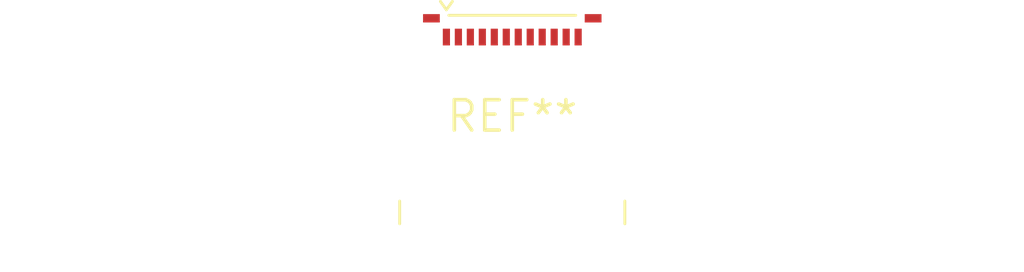
<source format=kicad_pcb>
(kicad_pcb (version 20240108) (generator pcbnew)
  (layers (0 "F.Cu" signal) (31 "B.Cu" signal) (34 "B.Paste" user) (35 "F.Paste" user) (36 "B.SilkS" user "B.Silkscreen") (37 "F.SilkS" user "F.Silkscreen") (38 "B.Mask" user) (39 "F.Mask" user) (44 "Edge.Cuts" user))
  (net 0 "")
  (footprint "USB_C_Receptacle_CNCTech_C-ARA1-AK51X" (layer "F.Cu") (at 0 0)
    (property "Reference" "REF**")
    (property "Value" "USB_C_Receptacle_CNCTech_C-ARA1-AK51X")
    (fp_line (start -4.7 3.55) (end -4.7 4.5) (layer "F.SilkS") (stroke (width 0.12)))
    (fp_line (start -3 -4.8) (end -2.75 -4.45) (layer "F.SilkS") (stroke (width 0.12)))
    (fp_line (start -2.75 -4.45) (end -2.5 -4.8) (layer "F.SilkS") (stroke (width 0.12)))
    (fp_line (start -2.65 -4.22) (end 2.65 -4.22) (layer "F.SilkS") (stroke (width 0.12)))
    (fp_line (start 4.7 4.5) (end 4.7 3.55) (layer "F.SilkS") (stroke (width 0.12)))
    (pad "A1" smd rect (at -2.75 -3.31) (size 0.3 0.7) (layers "F.Cu" "F.Paste" "F.Mask"))
    (pad "A2" smd rect (at -2.25 -3.31) (size 0.3 0.7) (layers "F.Cu" "F.Paste" "F.Mask"))
    (pad "A3" smd rect (at -1.75 -3.31) (size 0.3 0.7) (layers "F.Cu" "F.Paste" "F.Mask"))
    (pad "A4" smd rect (at -1.25 -3.31) (size 0.3 0.7) (layers "F.Cu" "F.Paste" "F.Mask"))
    (pad "A5" smd rect (at -0.75 -3.31) (size 0.3 0.7) (layers "F.Cu" "F.Paste" "F.Mask"))
    (pad "A6" smd rect (at -0.25 -3.31) (size 0.3 0.7) (layers "F.Cu" "F.Paste" "F.Mask"))
    (pad "A7" smd rect (at 0.25 -3.31) (size 0.3 0.7) (layers "F.Cu" "F.Paste" "F.Mask"))
    (pad "A8" smd rect (at 0.75 -3.31) (size 0.3 0.7) (layers "F.Cu" "F.Paste" "F.Mask"))
    (pad "A9" smd rect (at 1.25 -3.31) (size 0.3 0.7) (layers "F.Cu" "F.Paste" "F.Mask"))
    (pad "A10" smd rect (at 1.75 -3.31) (size 0.3 0.7) (layers "F.Cu" "F.Paste" "F.Mask"))
    (pad "A11" smd rect (at 2.25 -3.31) (size 0.3 0.7) (layers "F.Cu" "F.Paste" "F.Mask"))
    (pad "A12" smd rect (at 2.75 -3.31) (size 0.3 0.7) (layers "F.Cu" "F.Paste" "F.Mask"))
    (pad "B1" thru_hole circle (at 2.8 -2.2) (size 0.65 0.65) (drill 0.4) (layers *.Cu *.Mask "F.Paste") (remove_unused_layers))
    (pad "B2" thru_hole circle (at 2.4 -1.3) (size 0.65 0.65) (drill 0.4) (layers *.Cu *.Mask "F.Paste") (remove_unused_layers))
    (pad "B3" thru_hole circle (at 1.6 -1.3) (size 0.65 0.65) (drill 0.4) (layers *.Cu *.Mask "F.Paste") (remove_unused_layers))
    (pad "B4" thru_hole circle (at 1.2 -2.2) (size 0.65 0.65) (drill 0.4) (layers *.Cu *.Mask "F.Paste") (remove_unused_layers))
    (pad "B5" thru_hole circle (at 0.8 -1.3) (size 0.65 0.65) (drill 0.4) (layers *.Cu *.Mask "F.Paste") (remove_unused_layers))
    (pad "B6" thru_hole circle (at 0.4 -2.2) (size 0.65 0.65) (drill 0.4) (layers *.Cu *.Mask "F.Paste") (remove_unused_layers))
    (pad "B7" thru_hole circle (at -0.4 -2.2) (size 0.65 0.65) (drill 0.4) (layers *.Cu *.Mask "F.Paste") (remove_unused_layers))
    (pad "B8" thru_hole circle (at -0.8 -1.3) (size 0.65 0.65) (drill 0.4) (layers *.Cu *.Mask "F.Paste") (remove_unused_layers))
    (pad "B9" thru_hole circle (at -1.2 -2.2) (size 0.65 0.65) (drill 0.4) (layers *.Cu *.Mask "F.Paste") (remove_unused_layers))
    (pad "B10" thru_hole circle (at -1.6 -1.3) (size 0.65 0.65) (drill 0.4) (layers *.Cu *.Mask "F.Paste") (remove_unused_layers))
    (pad "B11" thru_hole circle (at -2.4 -1.3) (size 0.65 0.65) (drill 0.4) (layers *.Cu *.Mask "F.Paste") (remove_unused_layers))
    (pad "B12" thru_hole circle (at -2.8 -2.2) (size 0.65 0.65) (drill 0.4) (layers *.Cu *.Mask "F.Paste") (remove_unused_layers))
    (pad "S1" thru_hole oval (at -4.575 2) (size 0.95 2.28) (drill oval 0.55 1.6 (offset 0 -0.14)) (layers *.Cu *.Mask "F.Paste") (remove_unused_layers))
    (pad "S1" thru_hole oval (at -4.39 -1.05) (size 1.33 1.98) (drill oval 0.93 1.58) (layers *.Cu *.Mask "F.Paste") (remove_unused_layers))
    (pad "S1" thru_hole oval (at -4.295 -3.03) (size 0.95 1.8) (drill oval 0.55 1.4) (layers *.Cu *.Mask "F.Paste") (remove_unused_layers))
    (pad "S1" smd rect (at -3.375 -4.095) (size 0.7 0.35) (layers "F.Cu" "F.Paste" "F.Mask"))
    (pad "S1" smd rect (at 3.375 -4.095) (size 0.7 0.35) (layers "F.Cu" "F.Paste" "F.Mask"))
    (pad "S1" thru_hole oval (at 4.295 -3.03) (size 0.95 1.8) (drill oval 0.55 1.4) (layers *.Cu *.Mask "F.Paste") (remove_unused_layers))
    (pad "S1" thru_hole oval (at 4.39 -1.05) (size 1.33 1.98) (drill oval 0.93 1.58) (layers *.Cu *.Mask "F.Paste") (remove_unused_layers))
    (pad "S1" thru_hole oval (at 4.575 2) (size 0.95 2.28) (drill oval 0.55 1.6 (offset 0 -0.14)) (layers *.Cu *.Mask "F.Paste") (remove_unused_layers))
  )
)
</source>
